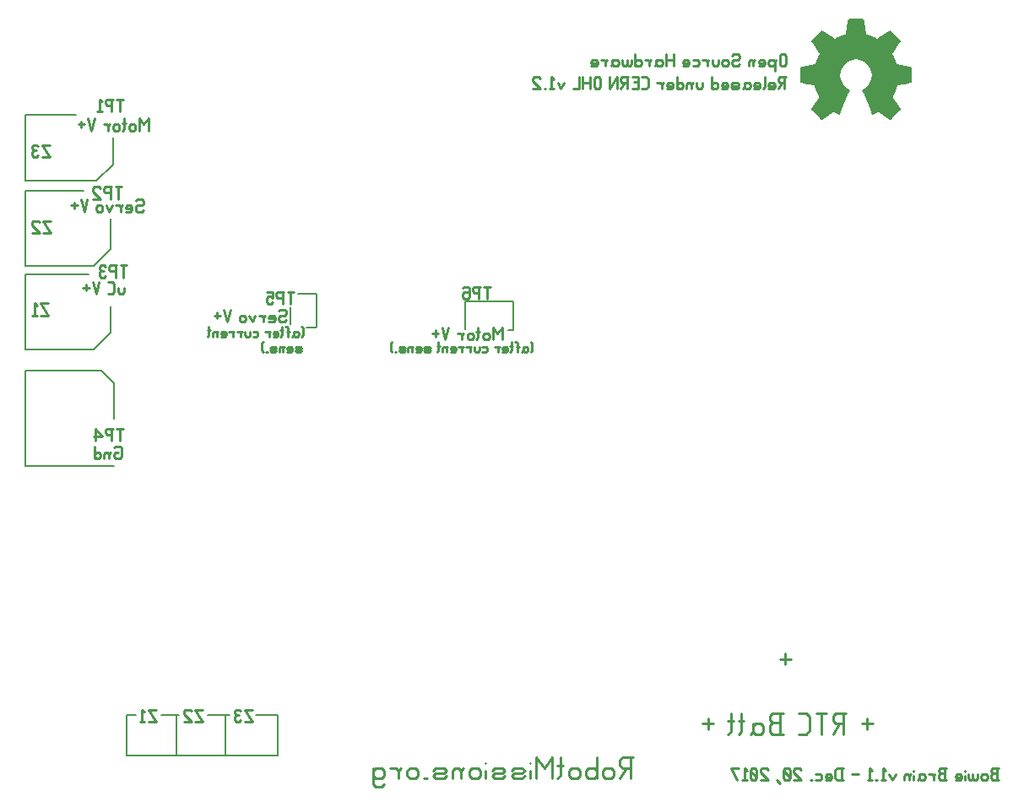
<source format=gbr>
G04 start of page 9 for group -4078 idx -4078 *
G04 Title: (unknown), bottomsilk *
G04 Creator: pcb 20140316 *
G04 CreationDate: Thu Dec 21 20:14:05 2017 UTC *
G04 For: frankenteddy *
G04 Format: Gerber/RS-274X *
G04 PCB-Dimensions (mil): 6000.00 5000.00 *
G04 PCB-Coordinate-Origin: lower left *
%MOIN*%
%FSLAX25Y25*%
%LNBOTTOMSILK*%
%ADD92C,0.0104*%
%ADD91C,0.0100*%
%ADD90C,0.0080*%
%ADD89C,0.0001*%
G54D89*G36*
X442669Y437032D02*X448262D01*
X448448Y436962D01*
X448550Y436794D01*
X448648Y436278D01*
X448695Y436034D01*
X448740Y435789D01*
X449597Y431167D01*
X449700Y430973D01*
X449879Y430848D01*
X450106Y430755D01*
X451818Y430162D01*
X453444Y429394D01*
X453455Y429382D01*
X453644Y429306D01*
X453862Y429271D01*
X454073Y429339D01*
X457930Y431987D01*
X458129Y432125D01*
X458331Y432263D01*
X458772Y432562D01*
X458962Y432610D01*
X459140Y432530D01*
X459515Y432149D01*
X459862Y431813D01*
X460947Y430728D01*
X461294Y430375D01*
X462379Y429296D01*
X462726Y428944D01*
X463101Y428574D01*
X463183Y428389D01*
X463138Y428195D01*
X462836Y427760D01*
X462694Y427556D01*
X462552Y427353D01*
X459970Y423577D01*
X459904Y423371D01*
X459938Y423160D01*
X460030Y422948D01*
X460872Y421255D01*
X461522Y419460D01*
X461609Y419270D01*
X461737Y419092D01*
X461934Y418994D01*
X466362Y418174D01*
X466602Y418125D01*
X466844Y418081D01*
X467370Y417984D01*
X467536Y417881D01*
X467604Y417696D01*
Y412098D01*
X467536Y411910D01*
X467370Y411805D01*
X466844Y411712D01*
X466602Y411669D01*
X466362Y411620D01*
X462059Y410817D01*
X461872Y410717D01*
X461750Y410541D01*
X461695Y410399D01*
X461690Y410378D01*
X461033Y408392D01*
X460144Y406525D01*
X460127Y406503D01*
X460090Y406406D01*
X460055Y406191D01*
X460122Y405982D01*
X462563Y402435D01*
X462700Y402232D01*
X462836Y402034D01*
X463138Y401594D01*
X463183Y401400D01*
X463101Y401220D01*
X462726Y400839D01*
X461294Y399407D01*
X460947Y399066D01*
X459862Y397987D01*
X459515Y397634D01*
X459140Y397264D01*
X458962Y397181D01*
X458772Y397227D01*
X458331Y397531D01*
X458129Y397666D01*
X457930Y397802D01*
X454458Y400184D01*
X454250Y400244D01*
X454040Y400199D01*
X453319Y399798D01*
X453104Y399682D01*
X452890Y399570D01*
X452136Y399180D01*
X451955Y399167D01*
X451827Y399294D01*
X451506Y400075D01*
X451413Y400300D01*
X451318Y400525D01*
X448311Y407812D01*
X448213Y408031D01*
X448122Y408256D01*
X447909Y408771D01*
X447901Y408971D01*
X448019Y409130D01*
X448495Y409417D01*
X448648Y409524D01*
X448800Y409650D01*
X449970Y410621D01*
X450872Y411846D01*
X451450Y413275D01*
X451654Y414859D01*
X451529Y416106D01*
X451168Y417269D01*
X450598Y418321D01*
X449843Y419239D01*
X448927Y419996D01*
X447877Y420567D01*
X446716Y420930D01*
X445469Y421055D01*
X444222Y420930D01*
X443059Y420567D01*
X442008Y419996D01*
X441093Y419239D01*
X440336Y418321D01*
X439765Y417269D01*
X439405Y416106D01*
X439279Y414859D01*
X439483Y413275D01*
X440061Y411846D01*
X440961Y410621D01*
X442131Y409650D01*
X442284Y409524D01*
X442436Y409417D01*
X442913Y409130D01*
X443031Y408971D01*
X443027Y408771D01*
X442811Y408256D01*
X442718Y408031D01*
X442626Y407812D01*
X439615Y400525D01*
X439518Y400300D01*
X439425Y400075D01*
X439105Y399294D01*
X438976Y399167D01*
X438795Y399180D01*
X438047Y399570D01*
X437827Y399682D01*
X437612Y399798D01*
X436891Y400199D01*
X436681Y400244D01*
X436473Y400184D01*
X433001Y397802D01*
X432802Y397666D01*
X432600Y397531D01*
X432161Y397227D01*
X431969Y397181D01*
X431791Y397264D01*
X431416Y397634D01*
X431069Y397987D01*
X429984Y399066D01*
X429637Y399407D01*
X428205Y400839D01*
X427830Y401220D01*
X427748Y401400D01*
X427792Y401594D01*
X428097Y402034D01*
X428232Y402232D01*
X428373Y402435D01*
X430809Y405982D01*
X430879Y406191D01*
X430841Y406406D01*
X430787Y406542D01*
X429901Y408409D01*
X429241Y410394D01*
X429182Y410541D01*
X429061Y410717D01*
X428872Y410817D01*
X424570Y411620D01*
X424330Y411669D01*
X424087Y411712D01*
X423566Y411805D01*
X423396Y411910D01*
X423327Y412098D01*
Y417696D01*
X423396Y417881D01*
X423566Y417984D01*
X424087Y418081D01*
X424330Y418125D01*
X424570Y418174D01*
X429002Y418994D01*
X429195Y419092D01*
X429327Y419270D01*
X429409Y419460D01*
X430059Y421255D01*
X430901Y422948D01*
X430994Y423160D01*
X431030Y423371D01*
X430961Y423577D01*
X428379Y427353D01*
X428237Y427556D01*
X428097Y427760D01*
X427792Y428195D01*
X427748Y428389D01*
X427830Y428574D01*
X428205Y428944D01*
X428552Y429296D01*
X429637Y430375D01*
X429984Y430728D01*
X431069Y431813D01*
X431416Y432149D01*
X431791Y432530D01*
X431969Y432610D01*
X432161Y432562D01*
X432600Y432263D01*
X432802Y432125D01*
X433001Y431987D01*
X436863Y429339D01*
X437069Y429271D01*
X437287Y429306D01*
X437477Y429382D01*
X437493Y429394D01*
X439113Y430162D01*
X440825Y430755D01*
X441052Y430848D01*
X441231Y430973D01*
X441334Y431167D01*
X442191Y435789D01*
X442236Y436034D01*
X442284Y436278D01*
X442381Y436794D01*
X442483Y436962D01*
X442669Y437032D01*
G37*
G54D90*X208500Y162000D02*X217000D01*
X178000D02*X171000D01*
X189500D02*X198000D01*
X217000D02*Y146000D01*
X196500D02*Y162000D01*
X177000Y146000D02*Y162000D01*
X217000Y146000D02*X157500D01*
Y162000D01*
X161000D01*
X232500Y328500D02*Y315500D01*
X232000Y315000D01*
X228500D01*
X310000Y325500D02*Y314000D01*
X308000D01*
X310000Y325500D02*X291000D01*
Y314500D01*
X232500Y328500D02*X225000D01*
X222000Y323000D02*Y316500D01*
X145500Y373000D02*X117500D01*
Y399000D01*
X137500D01*
X144500Y339500D02*X117500D01*
Y369000D01*
X140500D01*
X151000Y358000D02*Y346000D01*
X152000Y390000D02*Y379500D01*
X145500Y373000D01*
X151000Y346000D02*X144500Y339500D01*
X117500Y336000D02*X142500D01*
X117500Y306500D02*Y336000D01*
X144500Y306500D02*X117500D01*
X151000Y323500D02*Y313000D01*
X144500Y306500D01*
X117500Y298000D02*X147500D01*
X152500Y293000D01*
X117500Y260500D02*Y298000D01*
X152500Y293000D02*Y279000D01*
X117500Y260500D02*X152500D01*
G54D91*X415500Y184270D02*X419680D01*
X417590Y182180D02*Y186360D01*
X499360Y136402D02*X501780D01*
X499360D02*X498755Y137007D01*
Y138459D01*
X499360Y139064D02*X498755Y138459D01*
X499360Y139064D02*X501175D01*
Y136402D02*Y141242D01*
X499360D02*X501780D01*
X499360D02*X498755Y140637D01*
Y139669D02*Y140637D01*
X499360Y139064D02*X498755Y139669D01*
X497303Y137007D02*Y138217D01*
X496698Y138822D01*
X495488D02*X496698D01*
X495488D02*X494883Y138217D01*
Y137007D02*Y138217D01*
X495488Y136402D02*X494883Y137007D01*
X495488Y136402D02*X496698D01*
X497303Y137007D02*X496698Y136402D01*
X493431Y137007D02*Y138822D01*
Y137007D02*X492826Y136402D01*
X492221D02*X492826D01*
X492221D02*X491616Y137007D01*
Y138822D01*
Y137007D02*X491011Y136402D01*
X490406D02*X491011D01*
X490406D02*X489801Y137007D01*
Y138822D01*
X488349Y139911D02*Y140032D01*
Y136402D02*Y138217D01*
X484719Y136402D02*X486534D01*
X487139Y137007D02*X486534Y136402D01*
X487139Y137007D02*Y138217D01*
X486534Y138822D01*
X485324D02*X486534D01*
X485324D02*X484719Y138217D01*
Y137612D02*X487139D01*
X484719D02*Y138217D01*
X478669Y136402D02*X481089D01*
X478669D02*X478064Y137007D01*
Y138459D01*
X478669Y139064D02*X478064Y138459D01*
X478669Y139064D02*X480484D01*
Y136402D02*Y141242D01*
X478669D02*X481089D01*
X478669D02*X478064Y140637D01*
Y139669D02*Y140637D01*
X478669Y139064D02*X478064Y139669D01*
X476007Y136402D02*Y138217D01*
X475402Y138822D01*
X474192D02*X475402D01*
X476612D02*X476007Y138217D01*
X470925Y138822D02*X470320Y138217D01*
X470925Y138822D02*X472135D01*
X472740Y138217D02*X472135Y138822D01*
X472740Y137007D02*Y138217D01*
Y137007D02*X472135Y136402D01*
X470320Y137007D02*Y138822D01*
Y137007D02*X469715Y136402D01*
X470925D02*X472135D01*
X470925D02*X470320Y137007D01*
X468263Y139911D02*Y140032D01*
Y136402D02*Y138217D01*
X466448Y136402D02*Y138217D01*
X465843Y138822D01*
X465238D02*X465843D01*
X465238D02*X464633Y138217D01*
Y136402D02*Y138217D01*
X467053Y138822D02*X466448Y138217D01*
X461003Y138822D02*X459793Y136402D01*
X458583Y138822D02*X459793Y136402D01*
X457131Y140274D02*X456163Y141242D01*
Y136402D02*Y141242D01*
X455316Y136402D02*X457131D01*
X453259D02*X453864D01*
X451807Y140274D02*X450839Y141242D01*
Y136402D02*Y141242D01*
X449992Y136402D02*X451807D01*
X443942Y138822D02*X446362D01*
X439707Y136402D02*Y141242D01*
X438134D02*X437287Y140395D01*
Y137249D02*Y140395D01*
X438134Y136402D02*X437287Y137249D01*
X438134Y136402D02*X440312D01*
X438134Y141242D02*X440312D01*
X433415Y136402D02*X435230D01*
X435835Y137007D02*X435230Y136402D01*
X435835Y137007D02*Y138217D01*
X435230Y138822D01*
X434020D02*X435230D01*
X434020D02*X433415Y138217D01*
Y137612D02*X435835D01*
X433415D02*Y138217D01*
X429543Y138822D02*X431358D01*
X431963Y138217D02*X431358Y138822D01*
X431963Y137007D02*Y138217D01*
Y137007D02*X431358Y136402D01*
X429543D02*X431358D01*
X427486D02*X428091D01*
X423856Y140637D02*X423251Y141242D01*
X421436D02*X423251D01*
X421436D02*X420831Y140637D01*
Y139427D02*Y140637D01*
X423856Y136402D02*X420831Y139427D01*
Y136402D02*X423856D01*
X419379Y137007D02*X418774Y136402D01*
X419379Y137007D02*Y140637D01*
X418774Y141242D01*
X417564D02*X418774D01*
X417564D02*X416959Y140637D01*
Y137007D02*Y140637D01*
X417564Y136402D02*X416959Y137007D01*
X417564Y136402D02*X418774D01*
X419379Y137612D02*X416959Y140032D01*
X415507Y135192D02*X414297Y136402D01*
X410667Y140637D02*X410062Y141242D01*
X408247D02*X410062D01*
X408247D02*X407642Y140637D01*
Y139427D02*Y140637D01*
X410667Y136402D02*X407642Y139427D01*
Y136402D02*X410667D01*
X406190Y137007D02*X405585Y136402D01*
X406190Y137007D02*Y140637D01*
X405585Y141242D01*
X404375D02*X405585D01*
X404375D02*X403770Y140637D01*
Y137007D02*Y140637D01*
X404375Y136402D02*X403770Y137007D01*
X404375Y136402D02*X405585D01*
X406190Y137612D02*X403770Y140032D01*
X402318Y140274D02*X401350Y141242D01*
Y136402D02*Y141242D01*
X400503Y136402D02*X402318D01*
X398446D02*X396026Y141242D01*
X399051D01*
X203975Y164290D02*X207000D01*
Y159450D02*X203975Y164290D01*
Y159450D02*X207000D01*
X202523Y163685D02*X201918Y164290D01*
X200708D02*X201918D01*
X200708D02*X200103Y163685D01*
X200708Y159450D02*X200103Y160055D01*
X200708Y159450D02*X201918D01*
X202523Y160055D02*X201918Y159450D01*
X200708Y162112D02*X201918D01*
X200103Y162717D02*Y163685D01*
Y160055D02*Y161507D01*
X200708Y162112D01*
X200103Y162717D02*X200708Y162112D01*
X353320Y145410D02*X357500D01*
X353320D02*X352275Y144365D01*
Y142275D02*Y144365D01*
X353320Y141230D02*X352275Y142275D01*
X353320Y141230D02*X356455D01*
Y137050D02*Y145410D01*
X354783Y141230D02*X352275Y137050D01*
X349767Y138095D02*Y140185D01*
X348722Y141230D01*
X346632D02*X348722D01*
X346632D02*X345587Y140185D01*
Y138095D02*Y140185D01*
X346632Y137050D02*X345587Y138095D01*
X346632Y137050D02*X348722D01*
X349767Y138095D02*X348722Y137050D01*
X343079D02*Y145410D01*
Y138095D02*X342034Y137050D01*
X339944D02*X342034D01*
X339944D02*X338899Y138095D01*
Y140185D01*
X339944Y141230D02*X338899Y140185D01*
X339944Y141230D02*X342034D01*
X343079Y140185D02*X342034Y141230D01*
X336391Y138095D02*Y140185D01*
X335346Y141230D01*
X333256D02*X335346D01*
X333256D02*X332211Y140185D01*
Y138095D02*Y140185D01*
X333256Y137050D02*X332211Y138095D01*
X333256Y137050D02*X335346D01*
X336391Y138095D02*X335346Y137050D01*
X328658Y138095D02*Y145410D01*
Y138095D02*X327613Y137050D01*
Y142275D02*X329703D01*
X325523Y137050D02*Y145410D01*
X322388Y141230D01*
X319253Y145410D01*
Y137050D02*Y145410D01*
G54D92*X316745Y143111D02*Y143320D01*
G54D91*Y137050D02*Y140185D01*
X310475Y137050D02*X313610D01*
X310475D02*X309430Y138095D01*
X310475Y139140D02*X309430Y138095D01*
X310475Y139140D02*X313610D01*
X314655Y140185D02*X313610Y139140D01*
X314655Y140185D02*X313610Y141230D01*
X310475D02*X313610D01*
X310475D02*X309430Y140185D01*
X314655Y138095D02*X313610Y137050D01*
X302742D02*X305877D01*
X302742D02*X301697Y138095D01*
X302742Y139140D02*X301697Y138095D01*
X302742Y139140D02*X305877D01*
X306922Y140185D02*X305877Y139140D01*
X306922Y140185D02*X305877Y141230D01*
X302742D02*X305877D01*
X302742D02*X301697Y140185D01*
X306922Y138095D02*X305877Y137050D01*
G54D92*X299189Y143111D02*Y143320D01*
G54D91*Y137050D02*Y140185D01*
X297099Y138095D02*Y140185D01*
X296054Y141230D01*
X293964D02*X296054D01*
X293964D02*X292919Y140185D01*
Y138095D02*Y140185D01*
X293964Y137050D02*X292919Y138095D01*
X293964Y137050D02*X296054D01*
X297099Y138095D02*X296054Y137050D01*
X289366D02*Y140185D01*
X288321Y141230D01*
X287276D02*X288321D01*
X287276D02*X286231Y140185D01*
Y137050D02*Y140185D01*
X290411Y141230D02*X289366Y140185D01*
X279543Y137050D02*X282678D01*
X279543D02*X278498Y138095D01*
X279543Y139140D02*X278498Y138095D01*
X279543Y139140D02*X282678D01*
X283723Y140185D02*X282678Y139140D01*
X283723Y140185D02*X282678Y141230D01*
X279543D02*X282678D01*
X279543D02*X278498Y140185D01*
X283723Y138095D02*X282678Y137050D01*
X274945D02*X275990D01*
X272437Y138095D02*Y140185D01*
X271392Y141230D01*
X269302D02*X271392D01*
X269302D02*X268257Y140185D01*
Y138095D02*Y140185D01*
X269302Y137050D02*X268257Y138095D01*
X269302Y137050D02*X271392D01*
X272437Y138095D02*X271392Y137050D01*
X264704D02*Y140185D01*
X263659Y141230D01*
X261569D02*X263659D01*
X265749D02*X264704Y140185D01*
X255926Y141230D02*X254881Y140185D01*
X255926Y141230D02*X258016D01*
X259061Y140185D02*X258016Y141230D01*
X259061Y138095D02*Y140185D01*
Y138095D02*X258016Y137050D01*
X255926D02*X258016D01*
X255926D02*X254881Y138095D01*
X259061Y134960D02*X258016Y133915D01*
X255926D02*X258016D01*
X255926D02*X254881Y134960D01*
Y141230D01*
X165975Y164290D02*X169000D01*
Y159450D02*X165975Y164290D01*
Y159450D02*X169000D01*
X164523Y163322D02*X163555Y164290D01*
Y159450D02*Y164290D01*
X162708Y159450D02*X164523D01*
X184475Y164290D02*X187500D01*
Y159450D02*X184475Y164290D01*
Y159450D02*X187500D01*
X183023Y163685D02*X182418Y164290D01*
X180603D02*X182418D01*
X180603D02*X179998Y163685D01*
Y162475D02*Y163685D01*
X183023Y159450D02*X179998Y162475D01*
Y159450D02*X183023D01*
X153080Y268290D02*X152475Y267685D01*
X153080Y268290D02*X154895D01*
X155500Y267685D02*X154895Y268290D01*
X155500Y264055D02*Y267685D01*
Y264055D02*X154895Y263450D01*
X153080D02*X154895D01*
X153080D02*X152475Y264055D01*
Y265265D01*
X153080Y265870D02*X152475Y265265D01*
X153080Y265870D02*X154290D01*
X150418Y263450D02*Y265265D01*
X149813Y265870D01*
X149208D02*X149813D01*
X149208D02*X148603Y265265D01*
Y263450D02*Y265265D01*
X151023Y265870D02*X150418Y265265D01*
X144731Y263450D02*Y268290D01*
X145336Y263450D02*X144731Y264055D01*
X145336Y263450D02*X146546D01*
X147151Y264055D02*X146546Y263450D01*
X147151Y264055D02*Y265265D01*
X146546Y265870D01*
X145336D02*X146546D01*
X145336D02*X144731Y265265D01*
X153580Y275290D02*X156000D01*
X154790Y270450D02*Y275290D01*
X151523Y270450D02*Y275290D01*
X149708D02*X152128D01*
X149708D02*X149103Y274685D01*
Y273475D02*Y274685D01*
X149708Y272870D02*X149103Y273475D01*
X149708Y272870D02*X151523D01*
X147651Y272265D02*X145231Y275290D01*
X144626Y272265D02*X147651D01*
X145231Y270450D02*Y275290D01*
X447820Y158730D02*X452000D01*
X449910Y156640D02*Y160820D01*
X437370Y162910D02*X441550D01*
X437370D02*X436325Y161865D01*
Y159775D02*Y161865D01*
X437370Y158730D02*X436325Y159775D01*
X437370Y158730D02*X440505D01*
Y154550D02*Y162910D01*
X438833Y158730D02*X436325Y154550D01*
X429637Y162910D02*X433817D01*
X431727Y154550D02*Y162910D01*
X422949Y154550D02*X425666D01*
X427129Y156013D02*X425666Y154550D01*
X427129Y156013D02*Y161447D01*
X425666Y162910D01*
X422949D02*X425666D01*
X412499Y154550D02*X416679D01*
X412499D02*X411454Y155595D01*
Y158103D01*
X412499Y159148D02*X411454Y158103D01*
X412499Y159148D02*X415634D01*
Y154550D02*Y162910D01*
X412499D02*X416679D01*
X412499D02*X411454Y161865D01*
Y160193D02*Y161865D01*
X412499Y159148D02*X411454Y160193D01*
X405811Y158730D02*X404766Y157685D01*
X405811Y158730D02*X407901D01*
X408946Y157685D02*X407901Y158730D01*
X408946Y155595D02*Y157685D01*
Y155595D02*X407901Y154550D01*
X404766Y155595D02*Y158730D01*
Y155595D02*X403721Y154550D01*
X405811D02*X407901D01*
X405811D02*X404766Y155595D01*
X400168D02*Y162910D01*
Y155595D02*X399123Y154550D01*
Y159775D02*X401213D01*
X395988Y155595D02*Y162910D01*
Y155595D02*X394943Y154550D01*
Y159775D02*X397033D01*
X384911Y158730D02*X389091D01*
X387001Y156640D02*Y160820D01*
X153580Y405290D02*X156000D01*
X154790Y400450D02*Y405290D01*
X151523Y400450D02*Y405290D01*
X149708D02*X152128D01*
X149708D02*X149103Y404685D01*
Y403475D02*Y404685D01*
X149708Y402870D02*X149103Y403475D01*
X149708Y402870D02*X151523D01*
X147651Y404322D02*X146683Y405290D01*
Y400450D02*Y405290D01*
X145836Y400450D02*X147651D01*
X153080Y370790D02*X155500D01*
X154290Y365950D02*Y370790D01*
X151023Y365950D02*Y370790D01*
X149208D02*X151628D01*
X149208D02*X148603Y370185D01*
Y368975D02*Y370185D01*
X149208Y368370D02*X148603Y368975D01*
X149208Y368370D02*X151023D01*
X147151Y370185D02*X146546Y370790D01*
X144731D02*X146546D01*
X144731D02*X144126Y370185D01*
Y368975D02*Y370185D01*
X147151Y365950D02*X144126Y368975D01*
Y365950D02*X147151D01*
X155080Y339790D02*X157500D01*
X156290Y334950D02*Y339790D01*
X153023Y334950D02*Y339790D01*
X151208D02*X153628D01*
X151208D02*X150603Y339185D01*
Y337975D02*Y339185D01*
X151208Y337370D02*X150603Y337975D01*
X151208Y337370D02*X153023D01*
X149151Y339185D02*X148546Y339790D01*
X147336D02*X148546D01*
X147336D02*X146731Y339185D01*
X147336Y334950D02*X146731Y335555D01*
X147336Y334950D02*X148546D01*
X149151Y335555D02*X148546Y334950D01*
X147336Y337612D02*X148546D01*
X146731Y338217D02*Y339185D01*
Y335555D02*Y337007D01*
X147336Y337612D01*
X146731Y338217D02*X147336Y337612D01*
X221080Y329290D02*X223500D01*
X222290Y324450D02*Y329290D01*
X219023Y324450D02*Y329290D01*
X217208D02*X219628D01*
X217208D02*X216603Y328685D01*
Y327475D02*Y328685D01*
X217208Y326870D02*X216603Y327475D01*
X217208Y326870D02*X219023D01*
X212731Y329290D02*X215151D01*
Y326870D02*Y329290D01*
Y326870D02*X214546Y327475D01*
X213336D02*X214546D01*
X213336D02*X212731Y326870D01*
Y325055D02*Y326870D01*
X213336Y324450D02*X212731Y325055D01*
X213336Y324450D02*X214546D01*
X215151Y325055D02*X214546Y324450D01*
X156500Y329055D02*Y330870D01*
Y329055D02*X155895Y328450D01*
X154685D02*X155895D01*
X154685D02*X154080Y329055D01*
Y330870D01*
X150208Y328450D02*X151781D01*
X152628Y329297D02*X151781Y328450D01*
X152628Y329297D02*Y332443D01*
X151781Y333290D01*
X150208D02*X151781D01*
X146578D02*X145368Y328450D01*
X144158Y333290D01*
X140286Y330870D02*X142706D01*
X141496Y329660D02*Y332080D01*
X218080Y322290D02*X217475Y321685D01*
X218080Y322290D02*X219895D01*
X220500Y321685D02*X219895Y322290D01*
X220500Y320475D02*Y321685D01*
Y320475D02*X219895Y319870D01*
X218080D02*X219895D01*
X218080D02*X217475Y319265D01*
Y318055D02*Y319265D01*
X218080Y317450D02*X217475Y318055D01*
X218080Y317450D02*X219895D01*
X220500Y318055D02*X219895Y317450D01*
X213603D02*X215418D01*
X216023Y318055D02*X215418Y317450D01*
X216023Y318055D02*Y319265D01*
X215418Y319870D01*
X214208D02*X215418D01*
X214208D02*X213603Y319265D01*
Y318660D02*X216023D01*
X213603D02*Y319265D01*
X211546Y317450D02*Y319265D01*
X210941Y319870D01*
X209731D02*X210941D01*
X212151D02*X211546Y319265D01*
X208279Y319870D02*X207069Y317450D01*
X205859Y319870D02*X207069Y317450D01*
X204407Y318055D02*Y319265D01*
X203802Y319870D01*
X202592D02*X203802D01*
X202592D02*X201987Y319265D01*
Y318055D02*Y319265D01*
X202592Y317450D02*X201987Y318055D01*
X202592Y317450D02*X203802D01*
X204407Y318055D02*X203802Y317450D01*
X198357Y322290D02*X197147Y317450D01*
X195937Y322290D01*
X192065Y319870D02*X194485D01*
X193275Y318660D02*Y321080D01*
X123475Y324790D02*X126500D01*
Y319950D02*X123475Y324790D01*
Y319950D02*X126500D01*
X122023Y323822D02*X121055Y324790D01*
Y319950D02*Y324790D01*
X120208Y319950D02*X122023D01*
X298580Y331290D02*X301000D01*
X299790Y326450D02*Y331290D01*
X296523Y326450D02*Y331290D01*
X294708D02*X297128D01*
X294708D02*X294103Y330685D01*
Y329475D02*Y330685D01*
X294708Y328870D02*X294103Y329475D01*
X294708Y328870D02*X296523D01*
X290836Y331290D02*X290231Y330685D01*
X290836Y331290D02*X292046D01*
X292651Y330685D02*X292046Y331290D01*
X292651Y327055D02*Y330685D01*
Y327055D02*X292046Y326450D01*
X290836Y329112D02*X290231Y328507D01*
X290836Y329112D02*X292651D01*
X290836Y326450D02*X292046D01*
X290836D02*X290231Y327055D01*
Y328507D01*
X305780Y310402D02*Y315242D01*
X303965Y312822D01*
X302150Y315242D01*
Y310402D02*Y315242D01*
X300698Y311007D02*Y312217D01*
X300093Y312822D01*
X298883D02*X300093D01*
X298883D02*X298278Y312217D01*
Y311007D02*Y312217D01*
X298883Y310402D02*X298278Y311007D01*
X298883Y310402D02*X300093D01*
X300698Y311007D02*X300093Y310402D01*
X296221Y311007D02*Y315242D01*
Y311007D02*X295616Y310402D01*
Y313427D02*X296826D01*
X294406Y311007D02*Y312217D01*
X293801Y312822D01*
X292591D02*X293801D01*
X292591D02*X291986Y312217D01*
Y311007D02*Y312217D01*
X292591Y310402D02*X291986Y311007D01*
X292591Y310402D02*X293801D01*
X294406Y311007D02*X293801Y310402D01*
X289929D02*Y312217D01*
X289324Y312822D01*
X288114D02*X289324D01*
X290534D02*X289929Y312217D01*
X284484Y315242D02*X283274Y310402D01*
X282064Y315242D01*
X278192Y312822D02*X280612D01*
X279402Y311612D02*Y314032D01*
X317596Y306022D02*X317106Y305532D01*
X317596Y308962D02*X317106Y309452D01*
X317596Y306022D02*Y308962D01*
X314460Y307492D02*X313970Y307002D01*
X314460Y307492D02*X315440D01*
X315930Y307002D02*X315440Y307492D01*
X315930Y306022D02*Y307002D01*
Y306022D02*X315440Y305532D01*
X313970Y306022D02*Y307492D01*
Y306022D02*X313480Y305532D01*
X314460D02*X315440D01*
X314460D02*X313970Y306022D01*
X311814Y305532D02*Y308962D01*
X311324Y309452D01*
X310834D02*X311324D01*
Y307492D02*X312304D01*
X309364Y306022D02*Y309452D01*
Y306022D02*X308874Y305532D01*
Y307982D02*X309854D01*
X305934Y305532D02*X307404D01*
X307894Y306022D02*X307404Y305532D01*
X307894Y306022D02*Y307002D01*
X307404Y307492D01*
X306424D02*X307404D01*
X306424D02*X305934Y307002D01*
Y306512D02*X307894D01*
X305934D02*Y307002D01*
X304268Y305532D02*Y307002D01*
X303778Y307492D01*
X302798D02*X303778D01*
X304758D02*X304268Y307002D01*
X297898Y307492D02*X299368D01*
X299858Y307002D02*X299368Y307492D01*
X299858Y306022D02*Y307002D01*
Y306022D02*X299368Y305532D01*
X297898D02*X299368D01*
X296722Y306022D02*Y307492D01*
Y306022D02*X296232Y305532D01*
X295252D02*X296232D01*
X295252D02*X294762Y306022D01*
Y307492D01*
X293096Y305532D02*Y307002D01*
X292606Y307492D01*
X291626D02*X292606D01*
X293586D02*X293096Y307002D01*
X289960Y305532D02*Y307002D01*
X289470Y307492D01*
X288490D02*X289470D01*
X290450D02*X289960Y307002D01*
X285354Y305532D02*X286824D01*
X287314Y306022D02*X286824Y305532D01*
X287314Y306022D02*Y307002D01*
X286824Y307492D01*
X285844D02*X286824D01*
X285844D02*X285354Y307002D01*
Y306512D02*X287314D01*
X285354D02*Y307002D01*
X283688Y305532D02*Y307002D01*
X283198Y307492D01*
X282708D02*X283198D01*
X282708D02*X282218Y307002D01*
Y305532D02*Y307002D01*
X284178Y307492D02*X283688Y307002D01*
X280552Y306022D02*Y309452D01*
Y306022D02*X280062Y305532D01*
Y307982D02*X281042D01*
X275358Y305532D02*X276828D01*
X275358D02*X274868Y306022D01*
X275358Y306512D02*X274868Y306022D01*
X275358Y306512D02*X276828D01*
X277318Y307002D02*X276828Y306512D01*
X277318Y307002D02*X276828Y307492D01*
X275358D02*X276828D01*
X275358D02*X274868Y307002D01*
X277318Y306022D02*X276828Y305532D01*
X271732D02*X273202D01*
X273692Y306022D02*X273202Y305532D01*
X273692Y306022D02*Y307002D01*
X273202Y307492D01*
X272222D02*X273202D01*
X272222D02*X271732Y307002D01*
Y306512D02*X273692D01*
X271732D02*Y307002D01*
X270066Y305532D02*Y307002D01*
X269576Y307492D01*
X269086D02*X269576D01*
X269086D02*X268596Y307002D01*
Y305532D02*Y307002D01*
X270556Y307492D02*X270066Y307002D01*
X265460Y305532D02*X266930D01*
X265460D02*X264970Y306022D01*
X265460Y306512D02*X264970Y306022D01*
X265460Y306512D02*X266930D01*
X267420Y307002D02*X266930Y306512D01*
X267420Y307002D02*X266930Y307492D01*
X265460D02*X266930D01*
X265460D02*X264970Y307002D01*
X267420Y306022D02*X266930Y305532D01*
X263304D02*X263794D01*
X262128Y309452D02*X261638Y308962D01*
Y306022D02*Y308962D01*
X262128Y305532D02*X261638Y306022D01*
X417780Y419007D02*Y422637D01*
X417175Y423242D01*
X415965D02*X417175D01*
X415965D02*X415360Y422637D01*
Y419007D02*Y422637D01*
X415965Y418402D02*X415360Y419007D01*
X415965Y418402D02*X417175D01*
X417780Y419007D02*X417175Y418402D01*
X413303Y416587D02*Y420217D01*
X413908Y420822D02*X413303Y420217D01*
X412698Y420822D01*
X411488D02*X412698D01*
X411488D02*X410883Y420217D01*
Y419007D02*Y420217D01*
X411488Y418402D02*X410883Y419007D01*
X411488Y418402D02*X412698D01*
X413303Y419007D02*X412698Y418402D01*
X407011D02*X408826D01*
X409431Y419007D02*X408826Y418402D01*
X409431Y419007D02*Y420217D01*
X408826Y420822D01*
X407616D02*X408826D01*
X407616D02*X407011Y420217D01*
Y419612D02*X409431D01*
X407011D02*Y420217D01*
X404954Y418402D02*Y420217D01*
X404349Y420822D01*
X403744D02*X404349D01*
X403744D02*X403139Y420217D01*
Y418402D02*Y420217D01*
X405559Y420822D02*X404954Y420217D01*
X397089Y423242D02*X396484Y422637D01*
X397089Y423242D02*X398904D01*
X399509Y422637D02*X398904Y423242D01*
X399509Y421427D02*Y422637D01*
Y421427D02*X398904Y420822D01*
X397089D02*X398904D01*
X397089D02*X396484Y420217D01*
Y419007D02*Y420217D01*
X397089Y418402D02*X396484Y419007D01*
X397089Y418402D02*X398904D01*
X399509Y419007D02*X398904Y418402D01*
X395032Y419007D02*Y420217D01*
X394427Y420822D01*
X393217D02*X394427D01*
X393217D02*X392612Y420217D01*
Y419007D02*Y420217D01*
X393217Y418402D02*X392612Y419007D01*
X393217Y418402D02*X394427D01*
X395032Y419007D02*X394427Y418402D01*
X391160Y419007D02*Y420822D01*
Y419007D02*X390555Y418402D01*
X389345D02*X390555D01*
X389345D02*X388740Y419007D01*
Y420822D01*
X386683Y418402D02*Y420217D01*
X386078Y420822D01*
X384868D02*X386078D01*
X387288D02*X386683Y420217D01*
X380996Y420822D02*X382811D01*
X383416Y420217D02*X382811Y420822D01*
X383416Y419007D02*Y420217D01*
Y419007D02*X382811Y418402D01*
X380996D02*X382811D01*
X377124D02*X378939D01*
X379544Y419007D02*X378939Y418402D01*
X379544Y419007D02*Y420217D01*
X378939Y420822D01*
X377729D02*X378939D01*
X377729D02*X377124Y420217D01*
Y419612D02*X379544D01*
X377124D02*Y420217D01*
X373494Y418402D02*Y423242D01*
X370469Y418402D02*Y423242D01*
Y420822D02*X373494D01*
X367202D02*X366597Y420217D01*
X367202Y420822D02*X368412D01*
X369017Y420217D02*X368412Y420822D01*
X369017Y419007D02*Y420217D01*
Y419007D02*X368412Y418402D01*
X366597Y419007D02*Y420822D01*
Y419007D02*X365992Y418402D01*
X367202D02*X368412D01*
X367202D02*X366597Y419007D01*
X363935Y418402D02*Y420217D01*
X363330Y420822D01*
X362120D02*X363330D01*
X364540D02*X363935Y420217D01*
X358248Y418402D02*Y423242D01*
X358853Y418402D02*X358248Y419007D01*
X358853Y418402D02*X360063D01*
X360668Y419007D02*X360063Y418402D01*
X360668Y419007D02*Y420217D01*
X360063Y420822D01*
X358853D02*X360063D01*
X358853D02*X358248Y420217D01*
X356796Y419007D02*Y420822D01*
Y419007D02*X356191Y418402D01*
X355586D02*X356191D01*
X355586D02*X354981Y419007D01*
Y420822D01*
Y419007D02*X354376Y418402D01*
X353771D02*X354376D01*
X353771D02*X353166Y419007D01*
Y420822D01*
X349899D02*X349294Y420217D01*
X349899Y420822D02*X351109D01*
X351714Y420217D02*X351109Y420822D01*
X351714Y419007D02*Y420217D01*
Y419007D02*X351109Y418402D01*
X349294Y419007D02*Y420822D01*
Y419007D02*X348689Y418402D01*
X349899D02*X351109D01*
X349899D02*X349294Y419007D01*
X346632Y418402D02*Y420217D01*
X346027Y420822D01*
X344817D02*X346027D01*
X347237D02*X346632Y420217D01*
X340945Y418402D02*X342760D01*
X343365Y419007D02*X342760Y418402D01*
X343365Y419007D02*Y420217D01*
X342760Y420822D01*
X341550D02*X342760D01*
X341550D02*X340945Y420217D01*
Y419612D02*X343365D01*
X340945D02*Y420217D01*
X415360Y414242D02*X417780D01*
X415360D02*X414755Y413637D01*
Y412427D02*Y413637D01*
X415360Y411822D02*X414755Y412427D01*
X415360Y411822D02*X417175D01*
Y409402D02*Y414242D01*
X416207Y411822D02*X414755Y409402D01*
X410883D02*X412698D01*
X413303Y410007D02*X412698Y409402D01*
X413303Y410007D02*Y411217D01*
X412698Y411822D01*
X411488D02*X412698D01*
X411488D02*X410883Y411217D01*
Y410612D02*X413303D01*
X410883D02*Y411217D01*
X409431Y410007D02*Y414242D01*
Y410007D02*X408826Y409402D01*
X405196D02*X407011D01*
X407616Y410007D02*X407011Y409402D01*
X407616Y410007D02*Y411217D01*
X407011Y411822D01*
X405801D02*X407011D01*
X405801D02*X405196Y411217D01*
Y410612D02*X407616D01*
X405196D02*Y411217D01*
X401929Y411822D02*X401324Y411217D01*
X401929Y411822D02*X403139D01*
X403744Y411217D02*X403139Y411822D01*
X403744Y410007D02*Y411217D01*
Y410007D02*X403139Y409402D01*
X401324Y410007D02*Y411822D01*
Y410007D02*X400719Y409402D01*
X401929D02*X403139D01*
X401929D02*X401324Y410007D01*
X396847Y409402D02*X398662D01*
X396847D02*X396242Y410007D01*
X396847Y410612D02*X396242Y410007D01*
X396847Y410612D02*X398662D01*
X399267Y411217D02*X398662Y410612D01*
X399267Y411217D02*X398662Y411822D01*
X396847D02*X398662D01*
X396847D02*X396242Y411217D01*
X399267Y410007D02*X398662Y409402D01*
X392370D02*X394185D01*
X394790Y410007D02*X394185Y409402D01*
X394790Y410007D02*Y411217D01*
X394185Y411822D01*
X392975D02*X394185D01*
X392975D02*X392370Y411217D01*
Y410612D02*X394790D01*
X392370D02*Y411217D01*
X388498Y409402D02*Y414242D01*
X389103Y409402D02*X388498Y410007D01*
X389103Y409402D02*X390313D01*
X390918Y410007D02*X390313Y409402D01*
X390918Y410007D02*Y411217D01*
X390313Y411822D01*
X389103D02*X390313D01*
X389103D02*X388498Y411217D01*
X384868Y410007D02*Y411822D01*
Y410007D02*X384263Y409402D01*
X383053D02*X384263D01*
X383053D02*X382448Y410007D01*
Y411822D01*
X380391Y409402D02*Y411217D01*
X379786Y411822D01*
X379181D02*X379786D01*
X379181D02*X378576Y411217D01*
Y409402D02*Y411217D01*
X380996Y411822D02*X380391Y411217D01*
X374704Y409402D02*Y414242D01*
X375309Y409402D02*X374704Y410007D01*
X375309Y409402D02*X376519D01*
X377124Y410007D02*X376519Y409402D01*
X377124Y410007D02*Y411217D01*
X376519Y411822D01*
X375309D02*X376519D01*
X375309D02*X374704Y411217D01*
X370832Y409402D02*X372647D01*
X373252Y410007D02*X372647Y409402D01*
X373252Y410007D02*Y411217D01*
X372647Y411822D01*
X371437D02*X372647D01*
X371437D02*X370832Y411217D01*
Y410612D02*X373252D01*
X370832D02*Y411217D01*
X368775Y409402D02*Y411217D01*
X368170Y411822D01*
X366960D02*X368170D01*
X369380D02*X368775Y411217D01*
X360910Y409402D02*X362483D01*
X363330Y410249D02*X362483Y409402D01*
X363330Y410249D02*Y413395D01*
X362483Y414242D01*
X360910D02*X362483D01*
X357643Y412064D02*X359458D01*
X357038Y409402D02*X359458D01*
Y414242D01*
X357038D02*X359458D01*
X353166D02*X355586D01*
X353166D02*X352561Y413637D01*
Y412427D02*Y413637D01*
X353166Y411822D02*X352561Y412427D01*
X353166Y411822D02*X354981D01*
Y409402D02*Y414242D01*
X354013Y411822D02*X352561Y409402D01*
X351109D02*Y414242D01*
X348084Y409402D01*
Y414242D01*
X344454Y410007D02*Y413637D01*
X343849Y414242D01*
X342639D02*X343849D01*
X342639D02*X342034Y413637D01*
Y410007D02*Y413637D01*
X342639Y409402D02*X342034Y410007D01*
X342639Y409402D02*X343849D01*
X344454Y410007D02*X343849Y409402D01*
X340582D02*Y414242D01*
X337557Y409402D02*Y414242D01*
Y411822D02*X340582D01*
X336105Y409402D02*Y414242D01*
X333685Y409402D02*X336105D01*
X330055Y411822D02*X328845Y409402D01*
X327635Y411822D02*X328845Y409402D01*
X326183Y413274D02*X325215Y414242D01*
Y409402D02*Y414242D01*
X324368Y409402D02*X326183D01*
X322311D02*X322916D01*
X320859Y413637D02*X320254Y414242D01*
X318439D02*X320254D01*
X318439D02*X317834Y413637D01*
Y412427D02*Y413637D01*
X320859Y409402D02*X317834Y412427D01*
Y409402D02*X320859D01*
X166000Y392950D02*Y397790D01*
X164185Y395370D01*
X162370Y397790D01*
Y392950D02*Y397790D01*
X160918Y393555D02*Y394765D01*
X160313Y395370D01*
X159103D02*X160313D01*
X159103D02*X158498Y394765D01*
Y393555D02*Y394765D01*
X159103Y392950D02*X158498Y393555D01*
X159103Y392950D02*X160313D01*
X160918Y393555D02*X160313Y392950D01*
X156441Y393555D02*Y397790D01*
Y393555D02*X155836Y392950D01*
Y395975D02*X157046D01*
X154626Y393555D02*Y394765D01*
X154021Y395370D01*
X152811D02*X154021D01*
X152811D02*X152206Y394765D01*
Y393555D02*Y394765D01*
X152811Y392950D02*X152206Y393555D01*
X152811Y392950D02*X154021D01*
X154626Y393555D02*X154021Y392950D01*
X150149D02*Y394765D01*
X149544Y395370D01*
X148334D02*X149544D01*
X150754D02*X150149Y394765D01*
X144704Y397790D02*X143494Y392950D01*
X142284Y397790D01*
X138412Y395370D02*X140832D01*
X139622Y394160D02*Y396580D01*
X161580Y365790D02*X160975Y365185D01*
X161580Y365790D02*X163395D01*
X164000Y365185D02*X163395Y365790D01*
X164000Y363975D02*Y365185D01*
Y363975D02*X163395Y363370D01*
X161580D02*X163395D01*
X161580D02*X160975Y362765D01*
Y361555D02*Y362765D01*
X161580Y360950D02*X160975Y361555D01*
X161580Y360950D02*X163395D01*
X164000Y361555D02*X163395Y360950D01*
X157103D02*X158918D01*
X159523Y361555D02*X158918Y360950D01*
X159523Y361555D02*Y362765D01*
X158918Y363370D01*
X157708D02*X158918D01*
X157708D02*X157103Y362765D01*
Y362160D02*X159523D01*
X157103D02*Y362765D01*
X155046Y360950D02*Y362765D01*
X154441Y363370D01*
X153231D02*X154441D01*
X155651D02*X155046Y362765D01*
X151779Y363370D02*X150569Y360950D01*
X149359Y363370D02*X150569Y360950D01*
X147907Y361555D02*Y362765D01*
X147302Y363370D01*
X146092D02*X147302D01*
X146092D02*X145487Y362765D01*
Y361555D02*Y362765D01*
X146092Y360950D02*X145487Y361555D01*
X146092Y360950D02*X147302D01*
X147907Y361555D02*X147302Y360950D01*
X141857Y365790D02*X140647Y360950D01*
X139437Y365790D01*
X135565Y363370D02*X137985D01*
X136775Y362160D02*Y364580D01*
X124475Y357290D02*X127500D01*
Y352450D02*X124475Y357290D01*
Y352450D02*X127500D01*
X123023Y356685D02*X122418Y357290D01*
X120603D02*X122418D01*
X120603D02*X119998Y356685D01*
Y355475D02*Y356685D01*
X123023Y352450D02*X119998Y355475D01*
Y352450D02*X123023D01*
X123975Y387290D02*X127000D01*
Y382450D02*X123975Y387290D01*
Y382450D02*X127000D01*
X122523Y386685D02*X121918Y387290D01*
X120708D02*X121918D01*
X120708D02*X120103Y386685D01*
X120708Y382450D02*X120103Y383055D01*
X120708Y382450D02*X121918D01*
X122523Y383055D02*X121918Y382450D01*
X120708Y385112D02*X121918D01*
X120103Y385717D02*Y386685D01*
Y383055D02*Y384507D01*
X120708Y385112D01*
X120103Y385717D02*X120708Y385112D01*
X227000Y312090D02*X226510Y311600D01*
X227000Y315030D02*X226510Y315520D01*
X227000Y312090D02*Y315030D01*
X223864Y313560D02*X223374Y313070D01*
X223864Y313560D02*X224844D01*
X225334Y313070D02*X224844Y313560D01*
X225334Y312090D02*Y313070D01*
Y312090D02*X224844Y311600D01*
X223374Y312090D02*Y313560D01*
Y312090D02*X222884Y311600D01*
X223864D02*X224844D01*
X223864D02*X223374Y312090D01*
X221218Y311600D02*Y315030D01*
X220728Y315520D01*
X220238D02*X220728D01*
Y313560D02*X221708D01*
X218768Y312090D02*Y315520D01*
Y312090D02*X218278Y311600D01*
Y314050D02*X219258D01*
X215338Y311600D02*X216808D01*
X217298Y312090D02*X216808Y311600D01*
X217298Y312090D02*Y313070D01*
X216808Y313560D01*
X215828D02*X216808D01*
X215828D02*X215338Y313070D01*
Y312580D02*X217298D01*
X215338D02*Y313070D01*
X213672Y311600D02*Y313070D01*
X213182Y313560D01*
X212202D02*X213182D01*
X214162D02*X213672Y313070D01*
X207302Y313560D02*X208772D01*
X209262Y313070D02*X208772Y313560D01*
X209262Y312090D02*Y313070D01*
Y312090D02*X208772Y311600D01*
X207302D02*X208772D01*
X206126Y312090D02*Y313560D01*
Y312090D02*X205636Y311600D01*
X204656D02*X205636D01*
X204656D02*X204166Y312090D01*
Y313560D01*
X202500Y311600D02*Y313070D01*
X202010Y313560D01*
X201030D02*X202010D01*
X202990D02*X202500Y313070D01*
X199364Y311600D02*Y313070D01*
X198874Y313560D01*
X197894D02*X198874D01*
X199854D02*X199364Y313070D01*
X194758Y311600D02*X196228D01*
X196718Y312090D02*X196228Y311600D01*
X196718Y312090D02*Y313070D01*
X196228Y313560D01*
X195248D02*X196228D01*
X195248D02*X194758Y313070D01*
Y312580D02*X196718D01*
X194758D02*Y313070D01*
X193092Y311600D02*Y313070D01*
X192602Y313560D01*
X192112D02*X192602D01*
X192112D02*X191622Y313070D01*
Y311600D02*Y313070D01*
X193582Y313560D02*X193092Y313070D01*
X189956Y312090D02*Y315520D01*
Y312090D02*X189466Y311600D01*
Y314050D02*X190446D01*
X224540Y305600D02*X226010D01*
X224540D02*X224050Y306090D01*
X224540Y306580D02*X224050Y306090D01*
X224540Y306580D02*X226010D01*
X226500Y307070D02*X226010Y306580D01*
X226500Y307070D02*X226010Y307560D01*
X224540D02*X226010D01*
X224540D02*X224050Y307070D01*
X226500Y306090D02*X226010Y305600D01*
X220914D02*X222384D01*
X222874Y306090D02*X222384Y305600D01*
X222874Y306090D02*Y307070D01*
X222384Y307560D01*
X221404D02*X222384D01*
X221404D02*X220914Y307070D01*
Y306580D02*X222874D01*
X220914D02*Y307070D01*
X219248Y305600D02*Y307070D01*
X218758Y307560D01*
X218268D02*X218758D01*
X218268D02*X217778Y307070D01*
Y305600D02*Y307070D01*
X219738Y307560D02*X219248Y307070D01*
X214642Y305600D02*X216112D01*
X214642D02*X214152Y306090D01*
X214642Y306580D02*X214152Y306090D01*
X214642Y306580D02*X216112D01*
X216602Y307070D02*X216112Y306580D01*
X216602Y307070D02*X216112Y307560D01*
X214642D02*X216112D01*
X214642D02*X214152Y307070D01*
X216602Y306090D02*X216112Y305600D01*
X212486D02*X212976D01*
X211310Y309520D02*X210820Y309030D01*
Y306090D02*Y309030D01*
X211310Y305600D02*X210820Y306090D01*
M02*

</source>
